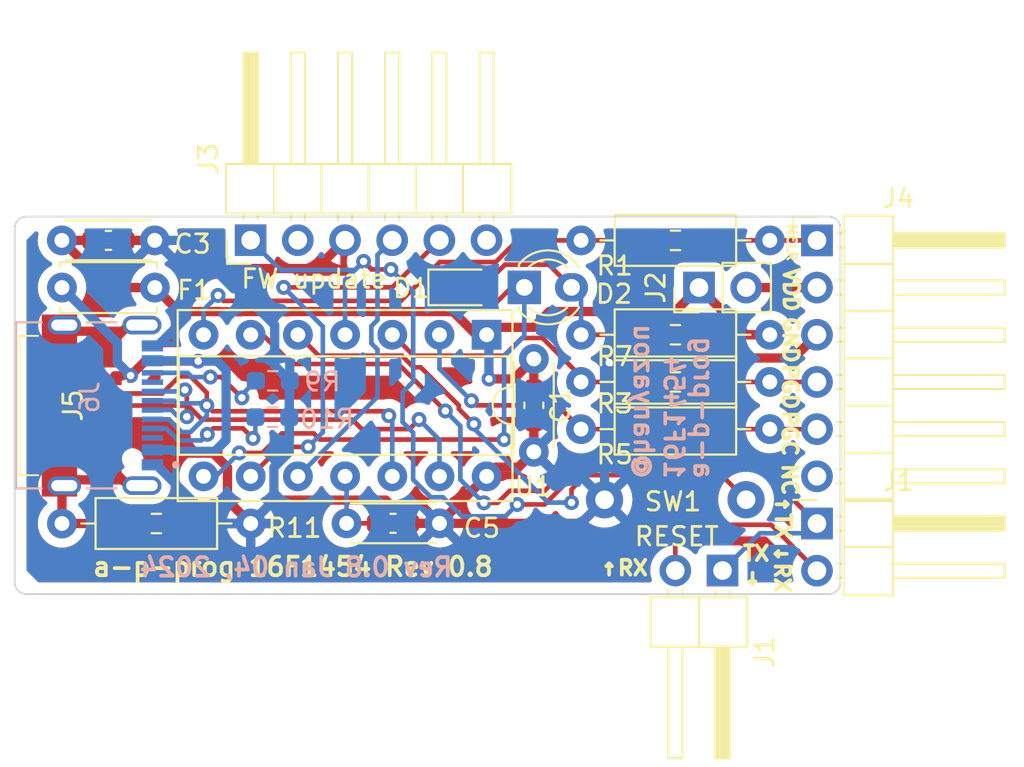
<source format=kicad_pcb>
(kicad_pcb (version 20221018) (generator pcbnew)
  (layers (0 "F.Cu" signal) (31 "B.Cu" signal) (34 "B.Paste" user) (35 "F.Paste" user) (36 "B.SilkS" user "B.Silkscreen") (37 "F.SilkS" user "F.Silkscreen") (38 "B.Mask" user) (39 "F.Mask" user) (44 "Edge.Cuts" user))
  (net 0 "")
  (net 1 "LED")
  (net 2 "GND")
  (net 3 "VDD")
  (net 4 "VUSB3V3")
  (net 5 "Net-(D1-A)")
  (net 6 "VBUS")
  (net 7 "TX")
  (net 8 "RX")
  (net 9 "PROG_VDD")
  (net 10 "~{MCLR}")
  (net 12 "ICSP_DAT")
  (net 13 "ICSP_CLK")
  (net 15 "PROG_MCLR")
  (net 16 "PROG_DAT")
  (net 17 "PROG_CLK")
  (net 19 "USB_DM")
  (net 20 "USB_DP")
  (net 22 "SHIELD")
  (net 23 "Net-(J6-CC1)")
  (net 26 "Net-(J6-CC2)")
  (net 27 "RC3")
  (net 28 "RA4")
  (net 29 "RA5")
  (footprint "Resistor_SMD:R_0603_1608Metric_Pad0.98x0.95mm_HandSolder" (layer "F.Cu") (at 142.245 107.96)
    (fp_text reference "R11" (at 7.4372 0.244) (layer "F.SilkS"))
    (fp_text value "1M")
    (pad "1" smd roundrect (at -0.9125 0) (size 0.975 0.95) (layers "F.Cu" "F.Paste" "F.Mask") (net 22 "SHIELD"))
    (pad "2" smd roundrect (at 0.9125 0) (size 0.975 0.95) (layers "F.Cu" "F.Paste" "F.Mask") (net 2 "GND"))
  )
  (footprint "Capacitor_SMD:C_0603_1608Metric_Pad1.08x0.95mm_HandSolder" (layer "F.Cu") (at 154.985 107.95)
    (fp_text reference "C5" (at 4.781 0.254) (layer "F.SilkS"))
    (fp_text value "0.47uF")
    (pad "1" smd roundrect (at -0.8625 0) (size 1.075 0.95) (layers "F.Cu" "F.Paste" "F.Mask") (net 4 "VUSB3V3"))
    (pad "2" smd roundrect (at 0.8625 0) (size 1.075 0.95) (layers "F.Cu" "F.Paste" "F.Mask") (net 2 "GND"))
  )
  (footprint "Resistor_THT:R_Axial_DIN0207_L6.3mm_D2.5mm_P10.16mm_Horizontal" (layer "F.Cu") (at 165.105 97.8)
    (fp_text reference "R7" (at 1.81 1.17) (layer "F.SilkS"))
    (fp_text value "220")
    (pad "1" thru_hole circle (at 0 0) (size 1.6 1.6) (drill 0.8) (layers "*.Cu" "*.Mask") (net 5 "Net-(D1-A)"))
    (pad "2" thru_hole oval (at 10.16 0) (size 1.6 1.6) (drill 0.8) (layers "*.Cu" "*.Mask") (net 3 "VDD"))
  )
  (footprint "Capacitor_SMD:C_0603_1608Metric_Pad1.08x0.95mm_HandSolder" (layer "F.Cu") (at 162.565 101.6 -90)
    (fp_text reference "C1" (at 0 -1.43 90) (layer "F.SilkS"))
    (fp_text value "0.1uF")
    (pad "1" smd roundrect (at -0.8625 0 270) (size 1.075 0.95) (layers "F.Cu" "F.Paste" "F.Mask") (net 3 "VDD"))
    (pad "2" smd roundrect (at 0.8625 0 270) (size 1.075 0.95) (layers "F.Cu" "F.Paste" "F.Mask") (net 2 "GND"))
  )
  (footprint "Capacitor_SMD:C_0603_1608Metric_Pad1.08x0.95mm_HandSolder" (layer "F.Cu") (at 139.665 92.72)
    (fp_text reference "C3" (at 4.5308 0.1932) (layer "F.SilkS"))
    (fp_text value "1uF")
    (pad "1" smd roundrect (at -0.8625 0) (size 1.075 0.95) (layers "F.Cu" "F.Paste" "F.Mask") (net 3 "VDD"))
    (pad "2" smd roundrect (at 0.8625 0) (size 1.075 0.95) (layers "F.Cu" "F.Paste" "F.Mask") (net 2 "GND"))
  )
  (footprint "Capacitor_THT:C_Disc_D4.3mm_W1.9mm_P5.00mm" (layer "F.Cu") (at 162.565 99.1 -90)
    (fp_text reference "C2" hide)
    (fp_text value "0.1uF")
    (pad "1" thru_hole circle (at 0 0 270) (size 1.6 1.6) (drill 0.8) (layers "*.Cu" "*.Mask") (net 3 "VDD"))
    (pad "2" thru_hole circle (at 5 0 270) (size 1.6 1.6) (drill 0.8) (layers "*.Cu" "*.Mask") (net 2 "GND"))
  )
  (footprint "Resistor_SMD:R_0603_1608Metric_Pad0.98x0.95mm_HandSolder" (layer "F.Cu") (at 170.185 102.88)
    (fp_text reference "R6" hide)
    (fp_text value "470")
    (pad "1" smd roundrect (at -0.9125 0) (size 0.975 0.95) (layers "F.Cu" "F.Paste" "F.Mask") (net 29 "RA5"))
    (pad "2" smd roundrect (at 0.9125 0) (size 0.975 0.95) (layers "F.Cu" "F.Paste" "F.Mask") (net 17 "PROG_CLK"))
  )
  (footprint "Connector_PinHeader_2.54mm:PinHeader_1x02_P2.54mm_Vertical" (layer "F.Cu") (at 171.455 95.26 90)
    (fp_text reference "J2" (at 0 -2.33 90) (layer "F.SilkS"))
    (fp_text value "VDD supply")
    (pad "1" thru_hole rect (at 0 0 90) (size 1.7 1.7) (drill 1) (layers "*.Cu" "*.Mask") (net 3 "VDD"))
    (pad "2" thru_hole oval (at 0 2.54 90) (size 1.7 1.7) (drill 1) (layers "*.Cu" "*.Mask") (net 9 "PROG_VDD"))
  )
  (footprint "Connector_PinHeader_2.54mm:PinHeader_1x06_P2.54mm_Horizontal" (layer "F.Cu") (at 177.805 92.72)
    (fp_text reference "J4" (at 4.385 -2.27) (layer "F.SilkS"))
    (fp_text value "ICSP Programmer")
    (pad "1" thru_hole rect (at 0 0) (size 1.7 1.7) (drill 1) (layers "*.Cu" "*.Mask") (net 15 "PROG_MCLR"))
    (pad "2" thru_hole oval (at 0 2.54) (size 1.7 1.7) (drill 1) (layers "*.Cu" "*.Mask") (net 9 "PROG_VDD"))
    (pad "3" thru_hole oval (at 0 5.08) (size 1.7 1.7) (drill 1) (layers "*.Cu" "*.Mask") (net 2 "GND"))
    (pad "4" thru_hole oval (at 0 7.62) (size 1.7 1.7) (drill 1) (layers "*.Cu" "*.Mask") (net 16 "PROG_DAT"))
    (pad "5" thru_hole oval (at 0 10.16) (size 1.7 1.7) (drill 1) (layers "*.Cu" "*.Mask") (net 17 "PROG_CLK"))
    (pad "6" thru_hole oval (at 0 12.7) (size 1.7 1.7) (drill 1) (layers "*.Cu" "*.Mask"))
  )
  (footprint "Resistor_SMD:R_0603_1608Metric_Pad0.98x0.95mm_HandSolder" (layer "F.Cu") (at 170.185 97.8)
    (fp_text reference "R8" hide)
    (fp_text value "220")
    (pad "1" smd roundrect (at -0.9125 0) (size 0.975 0.95) (layers "F.Cu" "F.Paste" "F.Mask") (net 5 "Net-(D1-A)"))
    (pad "2" smd roundrect (at 0.9125 0) (size 0.975 0.95) (layers "F.Cu" "F.Paste" "F.Mask") (net 3 "VDD"))
  )
  (footprint "Package_DIP:DIP-14_W7.62mm_Socket" (layer "F.Cu") (at 160.025 97.8 -90)
    (fp_text reference "U1" (at 8.1688 -2.5096 -180) (layer "F.SilkS"))
    (fp_text value "PIC16F1454-IP")
    (pad "1" thru_hole rect (at 0 0 270) (size 1.6 1.6) (drill 0.8) (layers "*.Cu" "*.Mask") (net 3 "VDD"))
    (pad "2" thru_hole oval (at 0 2.54 270) (size 1.6 1.6) (drill 0.8) (layers "*.Cu" "*.Mask") (net 29 "RA5"))
    (pad "3" thru_hole oval (at 0 5.08 270) (size 1.6 1.6) (drill 0.8) (layers "*.Cu" "*.Mask") (net 28 "RA4"))
    (pad "4" thru_hole oval (at 0 7.62 270) (size 1.6 1.6) (drill 0.8) (layers "*.Cu" "*.Mask") (net 10 "~{MCLR}"))
    (pad "5" thru_hole oval (at 0 10.16 270) (size 1.6 1.6) (drill 0.8) (layers "*.Cu" "*.Mask") (net 8 "RX"))
    (pad "6" thru_hole oval (at 0 12.7 270) (size 1.6 1.6) (drill 0.8) (layers "*.Cu" "*.Mask") (net 7 "TX"))
    (pad "7" thru_hole oval (at 0 15.24 270) (size 1.6 1.6) (drill 0.8) (layers "*.Cu" "*.Mask") (net 27 "RC3"))
    (pad "8" thru_hole oval (at 7.62 15.24 270) (size 1.6 1.6) (drill 0.8) (layers "*.Cu" "*.Mask") (net 1 "LED"))
    (pad "9" thru_hole oval (at 7.62 12.7 270) (size 1.6 1.6) (drill 0.8) (layers "*.Cu" "*.Mask") (net 13 "ICSP_CLK"))
    (pad "10" thru_hole oval (at 7.62 10.16 270) (size 1.6 1.6) (drill 0.8) (layers "*.Cu" "*.Mask") (net 12 "ICSP_DAT"))
    (pad "11" thru_hole oval (at 7.62 7.62 270) (size 1.6 1.6) (drill 0.8) (layers "*.Cu" "*.Mask") (net 4 "VUSB3V3"))
    (pad "12" thru_hole oval (at 7.62 5.08 270) (size 1.6 1.6) (drill 0.8) (layers "*.Cu" "*.Mask") (net 19 "USB_DM"))
    (pad "13" thru_hole oval (at 7.62 2.54 270) (size 1.6 1.6) (drill 0.8) (layers "*.Cu" "*.Mask") (net 20 "USB_DP"))
    (pad "14" thru_hole oval (at 7.62 0 270) (size 1.6 1.6) (drill 0.8) (layers "*.Cu" "*.Mask") (net 2 "GND"))
  )
  (footprint "Resistor_THT:R_Axial_DIN0207_L6.3mm_D2.5mm_P10.16mm_Horizontal" (layer "F.Cu") (at 165.105 102.88)
    (fp_text reference "R5" (at 1.81 1.37) (layer "F.SilkS"))
    (fp_text value "470")
    (pad "1" thru_hole circle (at 0 0) (size 1.6 1.6) (drill 0.8) (layers "*.Cu" "*.Mask") (net 29 "RA5"))
    (pad "2" thru_hole oval (at 10.16 0) (size 1.6 1.6) (drill 0.8) (layers "*.Cu" "*.Mask") (net 17 "PROG_CLK"))
  )
  (footprint "library:ZX62B5PA33" (layer "F.Cu") (at 137.755 101.61 -90)
    (fp_text reference "J5" (at 0 0 90) (layer "F.SilkS"))
    (fp_text value "ZX62-B-5PA_33_")
    (pad "1" smd rect (at -1.3 -1.95) (size 1.35 0.4) (layers "F.Cu" "F.Paste" "F.Mask") (net 6 "VBUS"))
    (pad "2" smd rect (at -0.65 -1.95) (size 1.35 0.4) (layers "F.Cu" "F.Paste" "F.Mask") (net 19 "USB_DM"))
    (pad "3" smd rect (at 0 -1.95) (size 1.35 0.4) (layers "F.Cu" "F.Paste" "F.Mask") (net 20 "USB_DP"))
    (pad "4" smd rect (at 0.65 -1.95) (size 1.35 0.4) (layers "F.Cu" "F.Paste" "F.Mask"))
    (pad "5" smd rect (at 1.3 -1.95) (size 1.35 0.4) (layers "F.Cu" "F.Paste" "F.Mask") (net 2 "GND"))
    (pad "6" smd rect (at -3.15 -1.825 270) (size 2.2 1.6) (layers "F.Cu" "F.Paste" "F.Mask") (net 22 "SHIELD"))
    (pad "7" smd rect (at 3.15 -1.825 270) (size 2.2 1.6) (layers "F.Cu" "F.Paste" "F.Mask") (net 22 "SHIELD"))
    (pad "8" smd rect (at -4 0.725) (size 1.9 1.8) (layers "F.Cu" "F.Paste" "F.Mask") (net 22 "SHIELD"))
    (pad "9" smd rect (at -1.2 0.725) (size 1.9 1.9) (layers "F.Cu" "F.Paste" "F.Mask") (net 22 "SHIELD"))
    (pad "10" smd rect (at 1.2 0.725) (size 1.9 1.9) (layers "F.Cu" "F.Paste" "F.Mask") (net 22 "SHIELD"))
    (pad "11" smd rect (at 4 0.725) (size 1.9 1.8) (layers "F.Cu" "F.Paste" "F.Mask") (net 22 "SHIELD"))
  )
  (footprint "Connector_PinHeader_2.54mm:PinHeader_1x02_P2.54mm_Horizontal" (layer "F.Cu") (at 172.72 110.49 -90)
    (fp_text reference "J1" (at 4.385 -2.27 90) (layer "F.SilkS"))
    (fp_text value "UART")
    (pad "1" thru_hole rect (at 0 0 270) (size 1.7 1.7) (drill 1) (layers "*.Cu" "*.Mask") (net 7 "TX"))
    (pad "2" thru_hole oval (at 0 2.54 270) (size 1.7 1.7) (drill 1) (layers "*.Cu" "*.Mask") (net 8 "RX"))
  )
  (footprint "Resistor_SMD:R_0603_1608Metric_Pad0.98x0.95mm_HandSolder" (layer "F.Cu") (at 170.185 92.72)
    (fp_text reference "R2" hide)
    (fp_text value "470")
    (pad "1" smd roundrect (at -0.9125 0) (size 0.975 0.95) (layers "F.Cu" "F.Paste" "F.Mask") (net 27 "RC3"))
    (pad "2" smd roundrect (at 0.9125 0) (size 0.975 0.95) (layers "F.Cu" "F.Paste" "F.Mask") (net 15 "PROG_MCLR"))
  )
  (footprint "library:push switch" (layer "F.Cu") (at 170.18 106.68 180)
    (fp_text reference "SW1" (at 0.127 -0.1016) (layer "F.SilkS"))
    (fp_text value "RESET" (at -0.0762 -1.9812) (layer "F.SilkS"))
    (pad "1" thru_hole circle (at -3.81 0 180) (size 2 2) (drill 1) (layers "*.Cu" "*.Mask") (net 10 "~{MCLR}"))
    (pad "2" thru_hole circle (at 3.81 0 180) (size 2 2) (drill 1) (layers "*.Cu" "*.Mask") (net 2 "GND"))
  )
  (footprint "LED_SMD:LED_0805_2012Metric_Pad1.15x1.40mm_HandSolder" (layer "F.Cu") (at 158.75 95.25)
    (fp_text reference "D1" (at -2.794 0.0508) (layer "F.SilkS"))
    (fp_text value "LED")
    (pad "1" smd roundrect (at -1.025 0) (size 1.15 1.4) (layers "F.Cu" "F.Paste" "F.Mask") (roundrect_rratio 0.2173913043) (net 1 "LED"))
    (pad "2" smd roundrect (at 1.025 0) (size 1.15 1.4) (layers "F.Cu" "F.Paste" "F.Mask") (roundrect_rratio 0.2173913043) (net 5 "Net-(D1-A)"))
  )
  (footprint "Resistor_THT:R_Axial_DIN0207_L6.3mm_D2.5mm_P10.16mm_Horizontal" (layer "F.Cu") (at 165.105 92.72)
    (fp_text reference "R1" (at 1.81 1.37) (layer "F.SilkS"))
    (fp_text value "470")
    (pad "1" thru_hole circle (at 0 0) (size 1.6 1.6) (drill 0.8) (layers "*.Cu" "*.Mask") (net 27 "RC3"))
    (pad "2" thru_hole oval (at 10.16 0) (size 1.6 1.6) (drill 0.8) (layers "*.Cu" "*.Mask") (net 15 "PROG_MCLR"))
  )
  (footprint "Capacitor_THT:C_Disc_D5.0mm_W2.5mm_P5.00mm" (layer "F.Cu") (at 142.165 95.26 180)
    (fp_text reference "F1" (at -2.107 -0.1424) (layer "F.SilkS"))
    (fp_text value "Polyfuse")
    (pad "1" thru_hole circle (at 0 0 180) (size 1.6 1.6) (drill 0.8) (layers "*.Cu" "*.Mask") (net 3 "VDD"))
    (pad "2" thru_hole circle (at 5 0 180) (size 1.6 1.6) (drill 0.8) (layers "*.Cu" "*.Mask") (net 6 "VBUS"))
  )
  (footprint "Connector_PinHeader_2.54mm:PinHeader_1x02_P2.54mm_Horizontal" (layer "F.Cu") (at 177.805 107.96)
    (fp_text reference "J1" (at 4.385 -2.27) (layer "F.SilkS"))
    (fp_text value "UART")
    (pad "1" thru_hole rect (at 0 0) (size 1.7 1.7) (drill 1) (layers "*.Cu" "*.Mask") (net 7 "TX"))
    (pad "2" thru_hole oval (at 0 2.54) (size 1.7 1.7) (drill 1) (layers "*.Cu" "*.Mask") (net 8 "RX"))
  )
  (footprint "LED_THT:LED_D3.0mm" (layer "F.Cu") (at 162.052 95.25)
    (fp_text reference "D2" (at 4.826 0.3556) (layer "F.SilkS"))
    (fp_text value "LED")
    (pad "1" thru_hole rect (at 0 0) (size 1.8 1.8) (drill 0.9) (layers "*.Cu" "*.Mask") (net 1 "LED"))
    (pad "2" thru_hole oval (at 2.54 0) (size 1.778 1.524) (drill 0.9) (layers "*.Cu" "*.Mask") (net 5 "Net-(D1-A)"))
  )
  (footprint "Connector_PinHeader_2.54mm:PinHeader_1x06_P2.54mm_Horizontal" (layer "F.Cu") (at 147.32 92.71 90)
    (fp_text reference "J3" (at 4.385 -2.27 90) (layer "F.SilkS"))
    (fp_text value "FW update" (at -2.0828 3.4036 180) (layer "F.SilkS"))
    (pad "1" thru_hole rect (at 0 0 90) (size 1.7 1.7) (drill 1) (layers "*.Cu" "*.Mask") (net 10 "~{MCLR}"))
    (pad "2" thru_hole oval (at 0 2.54 90) (size 1.7 1.7) (drill 1) (layers "*.Cu" "*.Mask"))
    (pad "3" thru_hole oval (at 0 5.08 90) (size 1.7 1.7) (drill 1) (layers "*.Cu" "*.Mask") (net 2 "GND"))
    (pad "4" thru_hole oval (at 0 7.62 90) (size 1.7 1.7) (drill 1) (layers "*.Cu" "*.Mask") (net 12 "ICSP_DAT"))
    (pad "5" thru_hole oval (at 0 10.16 90) (size 1.7 1.7) (drill 1) (layers "*.Cu" "*.Mask") (net 13 "ICSP_CLK"))
    (pad "6" thru_hole oval (at 0 12.7 90) (size 1.7 1.7) (drill 1) (layers "*.Cu" "*.Mask"))
  )
  (footprint "Resistor_SMD:R_0603_1608Metric_Pad0.98x0.95mm_HandSolder" (layer "F.Cu") (at 170.185 100.34)
    (fp_text reference "R4" hide)
    (fp_text value "470")
    (pad "1" smd roundrect (at -0.9125 0) (size 0.975 0.95) (layers "F.Cu" "F.Paste" "F.Mask") (net 28 "RA4"))
    (pad "2" smd roundrect (at 0.9125 0) (size 0.975 0.95) (layers "F.Cu" "F.Paste" "F.Mask") (net 16 "PROG_DAT"))
  )
  (footprint "Resistor_THT:R_Axial_DIN0207_L6.3mm_D2.5mm_P10.16mm_Horizontal" (layer "F.Cu") (at 165.105 100.34)
    (fp_text reference "R3" (at 1.81 1.17) (layer "F.SilkS"))
    (fp_text value "470")
    (pad "1" thru_hole circle (at 0 0) (size 1.6 1.6) (drill 0.8) (layers "*.Cu" "*.Mask") (net 28 "RA4"))
    (pad "2" thru_hole oval (at 10.16 0) (size 1.6 1.6) (drill 0.8) (layers "*.Cu" "*.Mask") (net 16 "PROG_DAT"))
  )
  (footprint "Capacitor_THT:C_Disc_D4.3mm_W1.9mm_P5.00mm" (layer "F.Cu") (at 137.16 92.72)
    (fp_text reference "C4" hide)
    (fp_text value "1uF")
    (pad "1" thru_hole circle (at 0 0) (size 1.6 1.6) (drill 0.8) (layers "*.Cu" "*.Mask") (net 3 "VDD"))
    (pad "2" thru_hole circle (at 5 0) (size 1.6 1.6) (drill 0.8) (layers "*.Cu" "*.Mask") (net 2 "GND"))
  )
  (footprint "Capacitor_THT:C_Disc_D4.3mm_W1.9mm_P5.00mm" (layer "F.Cu") (at 152.485 107.95)
    (fp_text reference "C6" hide)
    (fp_text value "0.47uF")
    (pad "1" thru_hole circle (at 0 0) (size 1.6 1.6) (drill 0.8) (layers "*.Cu" "*.Mask") (net 4 "VUSB3V3"))
    (pad "2" thru_hole circle (at 5 0) (size 1.6 1.6) (drill 0.8) (layers "*.Cu" "*.Mask") (net 2 "GND"))
  )
  (footprint "Resistor_THT:R_Axial_DIN0207_L6.3mm_D2.5mm_P10.16mm_Horizontal" (layer "F.Cu") (at 137.165 107.96)
    (fp_text reference "R12" hide)
    (fp_text value "1M")
    (pad "1" thru_hole circle (at 0 0) (size 1.6 1.6) (drill 0.8) (layers "*.Cu" "*.Mask") (net 22 "SHIELD"))
    (pad "2" thru_hole oval (at 10.16 0) (size 1.6 1.6) (drill 0.8) (layers "*.Cu" "*.Mask") (net 2 "GND"))
  )
  (footprint "library:NELTRON_5077CR-16SMC2-BK-TR" (layer "B.Cu") (at 140.97 101.6 90)
    (fp_text reference "J6" (at 0.4318 -2.3114 90) (layer "B.SilkS") (effects (justify mirror)))
    (fp_text value "5077CR-16SMC2-BK-TR")
    (pad "" np_thru_hole circle (at -2.89 0 90) (size 0.65 0.65) (drill 0.65) (layers "*.Cu" "*.Mask"))
    (pad "" np_thru_hole circle (at 2.89 0 90) (size 0.65 0.65) (drill 0.65) (layers "*.Cu" "*.Mask"))
    (pad "A1_B12" smd rect (at -3.2 1.065 90) (size 0.6 1.15) (layers "B.Cu" "B.Paste" "B.Mask") (net 2 "GND"))
    (pad "A4_B9" smd rect (at -2.4 1.065 90) (size 0.6 1.15) (layers "B.Cu" "B.Paste" "B.Mask") (net 6 "VBUS"))
    (pad "A5" smd rect (at -1.25 1.065 90) (size 0.3 1.15) (layers "B.Cu" "B.Paste" "B.Mask") (net 23 "Net-(J6-CC1)"))
    (pad "A6" smd rect (at -0.25 1.065 90) (size 0.3 1.15) (layers "B.Cu" "B.Paste" "B.Mask") (net 20 "USB_DP"))
    (pad "A7" smd rect (at 0.25 1.065 90) (size 0.3 1.15) (layers "B.Cu" "B.Paste" "B.Mask") (net 19 "USB_DM"))
    (pad "A8" smd rect (at 1.25 1.065 90) (size 0.3 1.15) (layers "B.Cu" "B.Paste" "B.Mask"))
    (pad "B1_A12" smd rect (at 3.2 1.065 90) (size 0.6 1.15) (layers "B.Cu" "B.Paste" "B.Mask") (net 2 "GND"))
    (pad "B4_A9" smd rect (at 2.4 1.065 90) (size 0.6 1.15) (layers "B.Cu" "B.Paste" "B.Mask") (net 6 "VBUS"))
    (pad "B5" smd rect (at 1.75 1.065 90) (size 0.3 1.15) (layers "B.Cu" "B.Paste" "B.Mask") (net 26 "Net-(J6-CC2)"))
    (pad "B6" smd rect (at 0.75 1.065 90) (size 0.3 1.15) (layers "B.Cu" "B.Paste" "B.Mask") (net 20 "USB_DP"))
    (pad "B7" smd rect (at -0.75 1.065 90) (size 0.3 1.15) (layers "B.Cu" "B.Paste" "B.Mask") (net 19 "USB_DM"))
    (pad "B8" smd rect (at -1.75 1.065 90) (size 0.3 1.15) (layers "B.Cu" "B.Paste" "B.Mask"))
    (pad "S1" thru_hole oval (at -4.32 -3.68 90) (size 1 1.8) (drill oval 0.6 1.4) (layers "*.Cu" "*.Mask") (net 22 "SHIELD"))
    (pad "S2" thru_hole oval (at 4.32 -3.68 90) (size 1 1.8) (drill oval 0.6 1.4) (layers "*.Cu" "*.Mask") (net 22 "SHIELD"))
    (pad "S3" thru_hole oval (at -4.32 0.5 90) (size 1 2.1) (drill oval 0.6 1.7) (layers "*.Cu" "*.Mask") (net 22 "SHIELD"))
    (pad "S4" thru_hole oval (at 4.32 0.5 90) (size 1 2.1) (drill oval 0.6 1.7) (layers "*.Cu" "*.Mask") (net 22 "SHIELD"))
  )
  (footprint "Resistor_SMD:R_0603_1608Metric_Pad0.98x0.95mm_HandSolder" (layer "B.Cu") (at 148.4884 102.235)
    (fp_text reference "R10" (at 2.9464 0.1016) (layer "B.SilkS") (effects (justify mirror)))
    (fp_text value "5k1")
    (pad "1" smd roundrect (at -0.9125 0) (size 0.975 0.95) (layers "B.Cu" "B.Paste" "B.Mask") (net 23 "Net-(J6-CC1)"))
    (pad "2" smd roundrect (at 0.9125 0) (size 0.975 0.95) (layers "B.Cu" "B.Paste" "B.Mask") (net 2 "GND"))
  )
  (footprint "Resistor_SMD:R_0603_1608Metric_Pad0.98x0.95mm_HandSolder" (layer "B.Cu") (at 148.5138 100.2792)
    (fp_text reference "R9" (at 2.667 0.0508) (layer "B.SilkS") (effects (justify mirror)))
    (fp_text value "5k1")
    (pad "1" smd roundrect (at -0.9125 0) (size 0.975 0.95) (layers "B.Cu" "B.Paste" "B.Mask") (net 26 "Net-(J6-CC2)"))
    (pad "2" smd roundrect (at 0.9125 0) (size 0.975 0.95) (layers "B.Cu" "B.Paste" "B.Mask") (net 2 "GND"))
  )
  (gr_line (start 179.07 92.075) (end 179.07 111.125) (stroke (width 0.1)) (layer "Edge.Cuts"))
  (gr_arc (start 178.435 91.44) (mid 178.884013 91.625987) (end 179.07 92.075) (stroke (width 0.1)) (layer "Edge.Cuts"))
  (gr_arc (start 134.62 92.075) (mid 134.805987 91.625987) (end 135.255 91.44) (stroke (width 0.1)) (layer "Edge.Cuts"))
  (gr_line (start 135.255 111.76) (end 178.435 111.76) (stroke (width 0.1)) (layer "Edge.Cuts"))
  (gr_line (start 135.255 91.44) (end 178.435 91.44) (stroke (width 0.1)) (layer "Edge.Cuts"))
  (gr_arc (start 179.07 111.125) (mid 178.884013 111.574013) (end 178.435 111.76) (stroke (width 0.1)) (layer "Edge.Cuts"))
  (gr_arc (start 135.255 111.76) (mid 134.805987 111.574013) (end 134.62 111.125) (stroke (width 0.1)) (layer "Edge.Cuts"))
  (gr_line (start 134.62 92.075) (end 134.62 111.125) (stroke (width 0.1)) (layer "Edge.Cuts"))
  (gr_text "a-p-prog\n16F1454\n@hanyazou" (at 167.894 105.664 270) (layer "B.SilkS") (effects (font (size 1 1) (thickness 0.2) bold) (justify left bottom mirror)))
  (gr_text "Rev 0.8 Jan 04, 2024" (at 158.3 110.9) (layer "B.SilkS") (effects (font (size 1 1) (thickness 0.2) bold) (justify left bottom mirror)))
  (gr_text "GND" (at 175.9204 96.7232 270) (layer "F.SilkS") (effects (font (size 0.8 0.8) (thickness 0.2) bold) (justify left bottom)))
  (gr_text "VDD" (at 175.9458 94.107 270) (layer "F.SilkS") (effects (font (size 0.8 0.8) (thickness 0.2) bold) (justify left bottom)))
  (gr_text "MCLR" (at 176.149 91.7702 270) (layer "F.SilkS") (effects (font (size 0.5 0.5) (thickness 0.125) bold) (justify left bottom)))
  (gr_text "↓RX" (at 175.4632 108.966 270) (layer "F.SilkS") (effects (font (size 0.8 0.8) (thickness 0.2) bold) (justify left bottom)))
  (gr_text "TX\n↓" (at 173.7106 111.3282) (layer "F.SilkS") (effects (font (size 0.8 0.8) (thickness 0.2) bold) (justify left bottom)))
  (gr_text "↑TX" (at 175.514 106.299 270) (layer "F.SilkS") (effects (font (size 0.8 0.8) (thickness 0.2) bold) (justify left bottom)))
  (gr_text "PGD" (at 175.895 99.2632 270) (layer "F.SilkS") (effects (font (size 0.8 0.8) (thickness 0.2) bold) (justify left bottom)))
  (gr_text "↑RX" (at 165.989 110.8202) (layer "F.SilkS") (effects (font (size 0.8 0.8) (thickness 0.2) bold) (justify left bottom)))
  (gr_text "NC" (at 175.8696 104.648 270) (layer "F.SilkS") (effects (font (size 0.8 0.8) (thickness 0.2) bold) (justify left bottom)))
  (gr_text "a-p-prog 16F1454 Rev 0.8" (at 138.725 110.875) (layer "F.SilkS") (effects (font (size 1 1) (thickness 0.2) bold) (justify left bottom)))
  (gr_text "PGC" (at 175.8696 101.7778 270) (layer "F.SilkS") (effects (font (size 0.8 0.8) (thickness 0.2) bold) (justify left bottom)))
  (segment (start 160.963722 103.439124) (end 151.047322 103.439124) (width 0.25) (layer "F.Cu") (net 1))
  (segment (start 161.363173 95.25) (end 160.338173 96.275) (width 0.25) (layer "F.Cu") (net 1))
  (segment (start 151.047322 103.439124) (end 150.718898 103.1107) (width 0.25) (layer "F.Cu") (net 1))
  (segment (start 150.718898 103.1107) (end 148.99861 103.1107) (width 0.25) (layer "F.Cu") (net 1))
  (segment (start 148.99861 103.1107) (end 147.94831 104.161) (width 0.25) (layer "F.Cu") (net 1))
  (segment (start 162.052 95.25) (end 161.363173 95.25) (width 0.25) (layer "F.Cu") (net 1))
  (segment (start 147.94831 104.161) (end 146.706 104.161) (width 0.25) (layer "F.Cu") (net 1))
  (segment (start 160.338173 96.275) (end 158.75 96.275) (width 0.25) (layer "F.Cu") (net 1))
  (segment (start 158.75 96.275) (end 157.725 95.25) (width 0.25) (layer "F.Cu") (net 1))
  (via (at 146.706 104.161) (size 0.8) (drill 0.4) (layers "F.Cu" "B.Cu") (net 1))
  (via (at 160.963722 103.439124) (size 0.8) (drill 0.4) (layers "F.Cu" "B.Cu") (net 1))
  (segment (start 162.052 97.873) (end 160.963722 98.961278) (width 0.25) (layer "B.Cu") (net 1))
  (segment (start 145.447 105.42) (end 146.706 104.161) (width 0.25) (layer "B.Cu") (net 1))
  (segment (start 160.963722 98.961278) (end 160.963722 103.439124) (width 0.25) (layer "B.Cu") (net 1))
  (segment (start 162.052 95.25) (end 162.052 97.873) (width 0.25) (layer "B.Cu") (net 1))
  (segment (start 144.785 105.42) (end 145.447 105.42) (width 0.25) (layer "B.Cu") (net 1))
  (segment (start 176.555 99.05) (end 166.875 99.05) (width 0.5) (layer "F.Cu") (net 2))
  (segment (start 160.015 105.42) (end 157.485 107.95) (width 0.5) (layer "F.Cu") (net 2))
  (segment (start 157.485 107.95) (end 155.8475 107.95) (width 0.5) (layer "F.Cu") (net 2))
  (segment (start 177.805 97.8) (end 176.555 99.05) (width 0.5) (layer "F.Cu") (net 2))
  (segment (start 145.302767 104.17) (end 146.075 104.942233) (width 0.5) (layer "F.Cu") (net 2))
  (segment (start 139.705 102.91) (end 139.919 103.124) (width 0.4318) (layer "F.Cu") (net 2))
  (segment (start 166.875 99.05) (end 166.625 99.3) (width 0.5) (layer "F.Cu") (net 2))
  (segment (start 146.075 106.71) (end 147.325 107.96) (width 0.5) (layer "F.Cu") (net 2))
  (segment (start 143.903857 104.17) (end 145.302767 104.17) (width 0.5) (layer "F.Cu") (net 2))
  (segment (start 160.025 105.42) (end 160.015 105.42) (width 0.5) (layer "F.Cu") (net 2))
  (segment (start 160.519501 104.925499) (end 160.025 105.42) (width 0.5) (layer "F.Cu") (net 2))
  (segment (start 150.876 94.234) (end 143.674 94.234) (width 0.5) (layer "F.Cu") (net 2))
  (segment (start 155.8475 107.95) (end 154.5975 106.7) (width 0.5) (layer "F.Cu") (net 2))
  (segment (start 142.857857 103.124) (end 143.903857 104.17) (width 0.5) (layer "F.Cu") (net 2))
  (segment (start 162.565 104.1) (end 161.739501 104.925499) (width 0.5) (layer "F.Cu") (net 2))
  (segment (start 147.325 107.96) (end 143.1575 107.96) (width 0.5) (layer "F.Cu") (net 2))
  (segment (start 161.739501 104.925499) (end 160.519501 104.925499) (width 0.5) (layer "F.Cu") (net 2))
  (segment (start 165.1 107.95) (end 166.37 106.68) (width 0.5) (layer "F.Cu") (net 2))
  (segment (start 152.4 92.71) (end 150.876 94.234) (width 0.5) (layer "F.Cu") (net 2))
  (segment (start 140.5275 92.72) (end 142.16 92.72) (width 0.5) (layer "F.Cu") (net 2))
  (segment (start 157.485 107.95) (end 165.1 107.95) (width 0.5) (layer "F.Cu") (net 2))
  (segment (start 148.585 106.7) (end 147.325 107.96) (width 0.5) (layer "F.Cu") (net 2))
  (segment (start 146.075 104.942233) (end 146.075 106.71) (width 0.5) (layer "F.Cu") (net 2))
  (segment (start 139.919 103.124) (end 142.857857 103.124) (width 0.5) (layer "F.Cu") (net 2))
  (segment (start 162.565 104.1) (end 162.565 102.4625) (width 0.5) (layer "F.Cu") (net 2))
  (segment (start 143.674 94.234) (end 142.16 92.72) (width 0.5) (layer "F.Cu") (net 2))
  (segment (start 154.5975 106.7) (end 148.585 106.7) (width 0.5) (layer "F.Cu") (net 2))
  (via (at 166.625 99.3) (size 0.8) (drill 0.4) (layers "F.Cu" "B.Cu") (net 2))
  (segment (start 143.869899 96.840101) (end 143.869899 94.429899) (width 0.5) (layer "B.Cu") (net 2))
  (segment (start 148.615 97.282233) (end 148.615 99.4679) (width 0.5) (layer "B.Cu") (net 2))
  (segment (start 166.37 106.68) (end 166.37 99.555) (width 0.5) (layer "B.Cu") (net 2))
  (segment (start 149.4009 102.235) (end 149.4009 100.3046) (width 0.5) (layer "B.Cu") (net 2))
  (segment (start 142.035 98.4) (end 142.31 98.4) (width 0.5) (layer "B.Cu") (net 2))
  (segment (start 148.615 99.4679) (end 149.4263 100.2792) (width 0.5) (layer "B.Cu") (net 2))
  (segment (start 142.31 98.4) (end 143.869899 96.840101) (width 0.5) (layer "B.Cu") (net 2))
  (segment (start 149.4009 100.3046) (end 149.4263 100.2792) (width 0.5) (layer "B.Cu") (net 2))
  (segment (start 148.575 106.71) (end 147.325 107.96) (width 0.5) (layer "B.Cu") (net 2))
  (segment (start 149.4009 104.116333) (end 148.575 104.942233) (width 0.5) (layer "B.Cu") (net 2))
  (segment (start 143.806975 92.72) (end 142.16 92.72) (width 0.5) (layer "B.Cu") (net 2))
  (segment (start 148.575 104.942233) (end 148.575 106.71) (width 0.5) (layer "B.Cu") (net 2))
  (segment (start 146.4169 95.329925) (end 146.662692 95.329925) (width 0.5) (layer "B.Cu") (net 2))
  (segment (start 146.4169 95.329925) (end 143.806975 92.72) (width 0.5) (layer "B.Cu") (net 2))
  (segment (start 166.37 99.555) (end 166.625 99.3) (width 0.5) (layer "B.Cu") (net 2))
  (segment (start 143.869899 94.429899) (end 142.16 92.72) (width 0.5) (layer "B.Cu") (net 2))
  (segment (start 142.035 104.8) (end 142.243503 104.8) (width 0.5) (layer "B.Cu") (net 2))
  (segment (start 146.662692 95.329925) (end 148.615 97.282233) (width 0.5) (layer "B.Cu") (net 2))
  (segment (start 142.243503 104.8) (end 145.403503 107.96) (width 0.5) (layer "B.Cu") (net 2))
  (segment (start 149.4009 104.116333) (end 149.4009 102.235) (width 0.5) (layer "B.Cu") (net 2))
  (segment (start 145.403503 107.96) (end 147.325 107.96) (width 0.5) (layer "B.Cu") (net 2))
  (segment (start 146.796132 96.561101) (end 146.807233 96.55) (width 0.5) (layer "F.Cu") (net 3))
  (segment (start 142.165 95.26) (end 143.455 96.55) (width 0.5) (layer "F.Cu") (net 3))
  (segment (start 171.455 95.26) (end 170.165 96.55) (width 0.5) (layer "F.Cu") (net 3))
  (segment (start 170.165 96.55) (end 163.402 96.55) (width 0.5) (layer "F.Cu") (net 3))
  (segment (start 147.842767 96.55) (end 147.853868 96.561101) (width 0.5) (layer "F.Cu") (net 3))
  (segment (start 158.211828 96.55) (end 159.461828 97.8) (width 0.5) (layer "F.Cu") (net 3))
  (segment (start 139.7 95.26) (end 137.16 92.72) (width 0.5) (layer "F.Cu") (net 3))
  (segment (start 175.265 97.8) (end 173.995 97.8) (width 0.5) (layer "F.Cu") (net 3))
  (segment (start 147.853868 96.561101) (end 149.336132 96.561101) (width 0.5) (layer "F.Cu") (net 3))
  (segment (start 159.461828 97.8) (end 160.025 97.8) (width 0.5) (layer "F.Cu") (net 3))
  (segment (start 162.565 100.7375) (end 162.565 99.1) (width 0.5) (layer "F.Cu") (net 3))
  (segment (start 171.0975 97.8) (end 175.265 97.8) (width 0.5) (layer "F.Cu") (net 3))
  (segment (start 161.4874 100.1776) (end 160.147 100.1776) (width 0.5) (layer "F.Cu") (net 3))
  (segment (start 142.165 95.26) (end 139.7 95.26) (width 0.5) (layer "F.Cu") (net 3))
  (segment (start 149.336132 96.561101) (end 149.347233 96.55) (width 0.5) (layer "F.Cu") (net 3))
  (segment (start 143.455 96.55) (end 145.623133 96.55) (width 0.5) (layer "F.Cu") (net 3))
  (segment (start 163.402 96.55) (end 162.552 97.4) (width 0.5) (layer "F.Cu") (net 3))
  (segment (start 162.552 97.4) (end 160.425 97.4) (width 0.5) (layer "F.Cu") (net 3))
  (segment (start 145.623133 96.55) (end 145.634234 96.561101) (width 0.5) (layer "F.Cu") (net 3))
  (segment (start 162.565 99.1) (end 161.4874 100.1776) (width 0.5) (layer "F.Cu") (net 3))
  (segment (start 145.634234 96.561101) (end 146.796132 96.561101) (width 0.5) (layer "F.Cu") (net 3))
  (segment (start 149.347233 96.55) (end 158.211828 96.55) (width 0.5) (layer "F.Cu") (net 3))
  (segment (start 137.16 92.72) (end 138.8025 92.72) (width 0.5) (layer "F.Cu") (net 3))
  (segment (start 160.425 97.4) (end 160.025 97.8) (width 0.5) (layer "F.Cu") (net 3))
  (segment (start 146.807233 96.55) (end 147.842767 96.55) (width 0.5) (layer "F.Cu") (net 3))
  (segment (start 173.995 97.8) (end 171.455 95.26) (width 0.5) (layer "F.Cu") (net 3))
  (via (at 160.147 100.1776) (size 0.8) (drill 0.4) (layers "F.Cu" "B.Cu") (net 3))
  (segment (start 160.147 97.922) (end 160.025 97.8) (width 0.5) (layer "B.Cu") (net 3))
  (segment (start 160.147 100.1776) (end 160.147 97.922) (width 0.5) (layer "B.Cu") (net 3))
  (segment (start 152.485 107.95) (end 154.1225 107.95) (width 0.25) (layer "F.Cu") (net 4))
  (segment (start 152.485 105.5) (end 152.405 105.42) (width 0.25) (layer "B.Cu") (net 4))
  (segment (start 152.485 107.95) (end 152.485 105.5) (width 0.25) (layer "B.Cu") (net 4))
  (segment (start 159.784984 95.25) (end 161.009984 94.025) (width 0.25) (layer "F.Cu") (net 5))
  (segment (start 159.775 95.25) (end 159.784984 95.25) (width 0.25) (layer "F.Cu") (net 5))
  (segment (start 161.009984 94.025) (end 163.367 94.025) (width 0.25) (layer "F.Cu") (net 5))
  (segment (start 169.2725 97.8) (end 165.105 97.8) (width 0.25) (layer "F.Cu") (net 5))
  (segment (start 163.367 94.025) (end 164.592 95.25) (width 0.25) (layer "F.Cu") (net 5))
  (segment (start 165.105 97.8) (end 165.105 95.763) (width 0.25) (layer "B.Cu") (net 5))
  (segment (start 165.105 95.763) (end 164.592 95.25) (width 0.25) (layer "B.Cu") (net 5))
  (segment (start 140.005 100.01) (end 140.848864 100.01) (width 0.5) (layer "F.Cu") (net 6))
  (segment (start 139.705 100.31) (end 140.005 100.01) (width 0.4318) (layer "F.Cu") (net 6))
  (segment (start 140.848864 100.01) (end 140.860498 99.998366) (width 0.5) (layer "F.Cu") (net 6))
  (segment (start 141.637639 99.221225) (end 144.49771 99.221225) (width 0.5) (layer "F.Cu") (net 6))
  (segment (start 141.637639 99.221225) (end 140.860498 99.998366) (width 0.5) (layer "F.Cu") (net 6))
  (via (at 140.860498 99.998366) (size 0.8) (drill 0.4) (layers "F.Cu" "B.Cu") (net 6))
  (via (at 144.49771 99.221225) (size 0.8) (drill 0.4) (layers "F.Cu" "B.Cu") (net 6))
  (segment (start 145.391775 104.0751) (end 145.904042 103.562833) (width 0.5) (layer "B.Cu") (net 6))
  (segment (start 143.198684 104.0751) (end 145.391775 104.0751) (width 0.5) (layer "B.Cu") (net 6))
  (segment (start 145.51785 99.221225) (end 145.9992 99.702575) (width 0.5) (layer "B.Cu") (net 6))
  (segment (start 143.123584 104) (end 143.198684 104.0751) (width 0.5) (layer "B.Cu") (net 6))
  (segment (start 144.49771 99.221225) (end 145.51785 99.221225) (width 0.5) (layer "B.Cu") (net 6))
  (segment (start 137.165 95.26) (end 140.145 98.24) (width 0.5) (layer "B.Cu") (net 6))
  (segment (start 145.904042 103.562833) (end 145.9992 103.467675) (width 0.5) (layer "B.Cu") (net 6))
  (segment (start 145.9992 103.467675) (end 145.9992 99.702575) (width 0.5) (layer "B.Cu") (net 6))
  (segment (start 142.035 104) (end 143.123584 104) (width 0.5) (layer "B.Cu") (net 6))
  (segment (start 140.145 98.24) (end 140.145 99.282868) (width 0.5) (layer "B.Cu") (net 6))
  (segment (start 144.476485 99.2) (end 144.49771 99.221225) (width 0.5) (layer "B.Cu") (net 6))
  (segment (start 140.145 99.282868) (end 140.860498 99.998366) (width 0.5) (layer "B.Cu") (net 6))
  (segment (start 142.035 99.2) (end 144.476485 99.2) (width 0.5) (layer "B.Cu") (net 6))
  (segment (start 155.274501 99.374501) (end 149.548099 99.374501) (width 0.25) (layer "F.Cu") (net 7))
  (segment (start 149.548099 99.374501) (end 147.973598 97.8) (width 0.25) (layer "F.Cu") (net 7))
  (segment (start 174.2898 104.4448) (end 164.8968 104.4448) (width 0.25) (layer "F.Cu") (net 7))
  (segment (start 163.1442 106.1974) (end 161.2646 106.1974) (width 0.25) (layer "F.Cu") (net 7))
  (segment (start 177.805 107.96) (end 174.2898 104.4448) (width 0.25) (layer "F.Cu") (net 7))
  (segment (start 147.973598 97.8) (end 147.325 97.8) (width 0.25) (layer "F.Cu") (net 7))
  (segment (start 164.8968 104.4448) (end 163.1442 106.1974) (width 0.25) (layer "F.Cu") (net 7))
  (segment (start 161.2646 106.1974) (end 160.6175 106.8445) (width 0.25) (layer "F.Cu") (net 7))
  (segment (start 157.8 101.9) (end 155.274501 99.374501) (width 0.25) (layer "F.Cu") (net 7))
  (segment (start 160.6175 106.8445) (end 159.874735 106.8445) (width 0.25) (layer "F.Cu") (net 7))
  (via (at 157.8 101.9) (size 0.8) (drill 0.4) (layers "F.Cu" "B.Cu") (net 7))
  (via (at 159.874735 106.8445) (size 0.8) (drill 0.4) (layers "F.Cu" "B.Cu") (net 7))
  (segment (start 157.8 101.9) (end 158.61 102.71) (width 0.25) (layer "B.Cu") (net 7))
  (segment (start 159.858509 106.8445) (end 159.874735 106.8445) (width 0.25) (layer "B.Cu") (net 7))
  (segment (start 158.61 102.71) (end 158.61 105.595991) (width 0.25) (layer "B.Cu") (net 7))
  (segment (start 174.7266 108.4834) (end 177.2816 108.4834) (width 0.25) (layer "B.Cu") (net 7))
  (segment (start 172.72 110.49) (end 174.7266 108.4834) (width 0.25) (layer "B.Cu") (net 7))
  (segment (start 158.61 105.595991) (end 159.858509 106.8445) (width 0.25) (layer "B.Cu") (net 7))
  (segment (start 177.2816 108.4834) (end 177.805 107.96) (width 0.25) (layer "B.Cu") (net 7))
  (segment (start 170.18 110.49) (end 170.18 107.6198) (width 0.25) (layer "F.Cu") (net 8))
  (segment (start 156.475097 99.550499) (end 158.5245 101.599902) (width 0.25) (layer "F.Cu") (net 8))
  (segment (start 175.3312 108.0262) (end 170.5864 108.0262) (width 0.25) (layer "F.Cu") (net 8))
  (segment (start 156.086189 99.550499) (end 156.475097 99.550499) (width 0.25) (layer "F.Cu") (net 8))
  (segment (start 165.35889 105.355) (end 164.592 106.12189) (width 0.25) (layer "F.Cu") (net 8))
  (segment (start 155.46069 98.925) (end 156.086189 99.550499) (width 0.25) (layer "F.Cu") (net 8))
  (segment (start 169.3164 106.7562) (end 167.9152 105.355) (width 0.25) (layer "F.Cu") (net 8))
  (segment (start 158.5245 101.7927) (end 159.3345 102.6027) (width 0.25) (layer "F.Cu") (net 8))
  (segment (start 177.805 110.5) (end 175.3312 108.0262) (width 0.25) (layer "F.Cu") (net 8))
  (segment (start 158.5245 101.599902) (end 158.5245 101.7927) (width 0.25) (layer "F.Cu") (net 8))
  (segment (start 164.592 106.12189) (end 164.592 106.8324) (width 0.25) (layer "F.Cu") (net 8))
  (segment (start 167.9152 105.355) (end 165.35889 105.355) (width 0.25) (layer "F.Cu") (net 8))
  (segment (start 150.99 98.925) (end 155.46069 98.925) (width 0.25) (layer "F.Cu") (net 8))
  (segment (start 149.865 97.8) (end 150.99 98.925) (width 0.25) (layer "F.Cu") (net 8))
  (segment (start 170.18 107.6198) (end 169.3164 106.7562) (width 0.25) (layer "F.Cu") (net 8))
  (segment (start 170.5864 108.0262) (end 169.3164 106.7562) (width 0.25) (layer "F.Cu") (net 8))
  (via (at 159.3345 102.6027) (size 0.8) (drill 0.4) (layers "F.Cu" "B.Cu") (net 8))
  (via (at 164.592 106.8324) (size 0.8) (drill 0.4) (layers "F.Cu" "B.Cu") (net 8))
  (segment (start 159.3345 102.8345) (end 163.3324 106.8324) (width 0.25) (layer "B.Cu") (net 8))
  (segment (start 159.3345 102.6027) (end 159.3345 102.8345) (width 0.25) (layer "B.Cu") (net 8))
  (segment (start 163.3324 106.8324) (end 164.592 106.8324) (width 0.25) (layer "B.Cu") (net 8))
  (segment (start 177.805 95.26) (end 173.995 95.26) (width 0.5) (layer "F.Cu") (net 9))
  (segment (start 173.99 106.68) (end 172.212 104.902) (width 0.25) (layer "F.Cu") (net 10))
  (segment (start 165.1762 104.902) (end 163.1442 106.934) (width 0.25) (layer "F.Cu") (net 10))
  (segment (start 153.8348 94.2848) (end 153.4 93.85) (width 0.25) (layer "F.Cu") (net 10))
  (segment (start 154.8745 94.2848) (end 153.8348 94.2848) (width 0.25) (layer "F.Cu") (net 10))
  (segment (start 172.212 104.902) (end 165.1762 104.902) (width 0.25) (layer "F.Cu") (net 10))
  (segment (start 163.1442 106.934) (end 161.671 106.934) (width 0.25) (layer "F.Cu") (net 10))
  (via (at 153.4 93.85) (size 0.8) (drill 0.4) (layers "F.Cu" "B.Cu") (net 10))
  (via (at 161.671 106.934) (size 0.8) (drill 0.4) (layers "F.Cu" "B.Cu") (net 10))
  (via (at 154.8745 94.2848) (size 0.8) (drill 0.4) (layers "F.Cu" "B.Cu") (net 10))
  (segment (start 152.405 94.845) (end 153.4 93.85) (width 0.25) (layer "B.Cu") (net 10))
  (segment (start 152.9398 94.3102) (end 153.4 93.85) (width 0.25) (layer "B.Cu") (net 10))
  (segment (start 156.07 100.325) (end 156.07 95.4803) (width 0.25) (layer "B.Cu") (net 10))
  (segment (start 161.671 106.934) (end 161.036 107.569) (width 0.25) (layer "B.Cu") (net 10))
  (segment (start 155.5 100.895) (end 156.07 100.325) (width 0.25) (layer "B.Cu") (net 10))
  (segment (start 156.07 103.07) (end 155.5 102.5) (width 0.25) (layer "B.Cu") (net 10))
  (segment (start 157.670991 106.545) (end 157.019009 106.545) (width 0.25) (layer "B.Cu") (net 10))
  (segment (start 158.694991 107.569) (end 157.670991 106.545) (width 0.25) (layer "B.Cu") (net 10))
  (segment (start 161.036 107.569) (end 158.694991 107.569) (width 0.25) (layer "B.Cu") (net 10))
  (segment (start 152.405 97.8) (end 152.405 94.845) (width 0.25) (layer "B.Cu") (net 10))
  (segment (start 148.9202 94.3102) (end 152.9398 94.3102) (width 0.25) (layer "B.Cu") (net 10))
  (segment (start 155.5 102.5) (end 155.5 100.895) (width 0.25) (layer "B.Cu") (net 10))
  (segment (start 156.07 95.4803) (end 154.8745 94.2848) (width 0.25) (layer "B.Cu") (net 10))
  (segment (start 157.019009 106.545) (end 156.07 105.595991) (width 0.25) (layer "B.Cu") (net 10))
  (segment (start 147.32 92.71) (end 148.9202 94.3102) (width 0.25) (layer "B.Cu") (net 10))
  (segment (start 156.07 105.595991) (end 156.07 103.07) (width 0.25) (layer "B.Cu") (net 10))
  (segment (start 153.82 97.334009) (end 154.15 97.004009) (width 0.25) (layer "B.Cu") (net 12))
  (segment (start 154.15 101.135) (end 154.15 98.595991) (width 0.25) (layer "B.Cu") (net 12))
  (segment (start 149.865 105.42) (end 154.15 101.135) (width 0.25) (layer "B.Cu") (net 12))
  (segment (start 153.82 98.265991) (end 153.82 97.334009) (width 0.25) (layer "B.Cu") (net 12))
  (segment (start 154.15 93.5) (end 154.94 92.71) (width 0.25) (layer "B.Cu") (net 12))
  (segment (start 154.15 98.595991) (end 153.82 98.265991) (width 0.25) (layer "B.Cu") (net 12))
  (segment (start 154.15 97.004009) (end 154.15 93.5) (width 0.25) (layer "B.Cu") (net 12))
  (segment (start 150.4188 103.8352) (end 148.9098 103.8352) (width 0.25) (layer "F.Cu") (net 13))
  (segment (start 154.94 95.25) (end 149.1 95.25) (width 0.25) (layer "F.Cu") (net 13))
  (segment (start 157.48 92.71) (end 154.94 95.25) (width 0.25) (layer "F.Cu") (net 13))
  (segment (start 148.9098 103.8352) (end 147.325 105.42) (width 0.25) (layer "F.Cu") (net 13))
  (via (at 150.4188 103.8352) (size 0.8) (drill 0.4) (layers "F.Cu" "B.Cu") (net 13))
  (via (at 149.1 95.25) (size 0.8) (drill 0.4) (layers "F.Cu" "B.Cu") (net 13))
  (segment (start 150.4188 103.8352) (end 151.2062 103.0478) (width 0.25) (layer "B.Cu") (net 13))
  (segment (start 151.2062 97.3562) (end 149.1 95.25) (width 0.25) (layer "B.Cu") (net 13))
  (segment (start 151.2062 103.0478) (end 151.2062 97.3562) (width 0.25) (layer "B.Cu") (net 13))
  (segment (start 171.0975 92.72) (end 175.265 92.72) (width 0.25) (layer "F.Cu") (net 15))
  (segment (start 175.265 92.72) (end 177.805 92.72) (width 0.25) (layer "F.Cu") (net 15))
  (segment (start 177.805 100.34) (end 175.265 100.34) (width 0.25) (layer "F.Cu") (net 16))
  (segment (start 175.265 100.34) (end 171.0975 100.34) (width 0.25) (layer "F.Cu") (net 16))
  (segment (start 171.0975 102.88) (end 175.265 102.88) (width 0.25) (layer "F.Cu") (net 17))
  (segment (start 175.265 102.88) (end 177.805 102.88) (width 0.25) (layer "F.Cu") (net 17))
  (segment (start 154.758177 102.153199) (end 154.523078 101.9181) (width 0.25) (layer "F.Cu") (net 19))
  (segment (start 145.277951 101.9181) (end 144.959851 101.6) (width 0.25) (layer "F.Cu") (net 19))
  (segment (start 144.081478 100.04038) (end 144.959851 100.918753) (width 0.25) (layer "F.Cu") (net 19))
  (segment (start 144.959851 100.918753) (end 144.959851 101.6) (width 0.25) (layer "F.Cu") (net 19))
  (segment (start 154.523078 101.9181) (end 145.277951 101.9181) (width 0.25) (layer "F.Cu") (net 19))
  (segment (start 139.705 100.96) (end 142.561662 100.96) (width 0.25) (layer "F.Cu") (net 19))
  (segment (start 142.561662 100.96) (end 143.481282 100.04038) (width 0.25) (layer "F.Cu") (net 19))
  (segment (start 143.481282 100.04038) (end 144.081478 100.04038) (width 0.25) (layer "F.Cu") (net 19))
  (via (at 154.758177 102.153199) (size 0.8) (drill 0.4) (layers "F.Cu" "B.Cu") (net 19))
  (via (at 144.959851 101.6) (size 0.8) (drill 0.4) (layers "F.Cu" "B.Cu") (net 19))
  (segment (start 154.945 105.42) (end 154.945 102.340022) (width 0.25) (layer "B.Cu") (net 19))
  (segment (start 143.609347 103.0369) (end 144.086941 103.0369) (width 0.25) (layer "B.Cu") (net 19))
  (segment (start 144.849231 101.48938) (end 144.959851 101.6) (width 0.25) (layer "B.Cu") (net 19))
  (segment (start 142.035 101.35) (end 143.193827 101.35) (width 0.25) (layer "B.Cu") (net 19))
  (segment (start 144.959851 102.16399) (end 144.959851 101.6) (width 0.25) (layer "B.Cu") (net 19))
  (segment (start 143.193827 101.35) (end 143.333207 101.48938) (width 0.25) (layer "B.Cu") (net 19))
  (segment (start 142.922447 102.35) (end 143.609347 103.0369) (width 0.25) (layer "B.Cu") (net 19))
  (segment (start 143.333207 101.48938) (end 144.849231 101.48938) (width 0.25) (layer "B.Cu") (net 19))
  (segment (start 142.035 102.35) (end 142.922447 102.35) (width 0.25) (layer "B.Cu") (net 19))
  (segment (start 144.086941 103.0369) (end 144.959851 102.16399) (width 0.25) (layer "B.Cu") (net 19))
  (segment (start 154.945 102.340022) (end 154.758177 102.153199) (width 0.25) (layer "B.Cu") (net 19))
  (segment (start 143.885363 102.21388) (end 143.885363 100.868863) (width 0.25) (layer "F.Cu") (net 20))
  (segment (start 153.306319 102.877699) (end 155.868802 102.877699) (width 0.25) (layer "F.Cu") (net 20))
  (segment (start 152.796221 102.367601) (end 153.306319 102.877699) (width 0.25) (layer "F.Cu") (net 20))
  (segment (start 143.885363 100.868863) (end 143.78138 100.76488) (width 0.25) (layer "F.Cu") (net 20))
  (segment (start 144.702854 102.367601) (end 152.796221 102.367601) (width 0.25) (layer "F.Cu") (net 20))
  (segment (start 143.945253 101.61) (end 144.702854 102.367601) (width 0.25) (layer "F.Cu") (net 20))
  (segment (start 155.868802 102.877699) (end 156.38555 102.360951) (width 0.25) (layer "F.Cu") (net 20))
  (segment (start 139.705 101.61) (end 143.945253 101.61) (width 0.25) (layer "F.Cu") (net 20))
  (via (at 143.885363 102.21388) (size 0.8) (drill 0.4) (layers "F.Cu" "B.Cu") (net 20))
  (via (at 143.78138 100.76488) (size 0.8) (drill 0.4) (layers "F.Cu" "B.Cu") (net 20))
  (via (at 156.38555 102.360951) (size 0.8) (drill 0.4) (layers "F.Cu" "B.Cu") (net 20))
  (segment (start 142.035 100.85) (end 143.69626 100.85) (width 0.25) (layer "B.Cu") (net 20))
  (segment (start 143.058137 101.85) (end 143.422017 102.21388) (width 0.25) (layer "B.Cu") (net 20))
  (segment (start 143.69626 100.85) (end 143.78138 100.76488) (width 0.25) (layer "B.Cu") (net 20))
  (segment (start 143.422017 102.21388) (end 143.885363 102.21388) (width 0.25) (layer "B.Cu") (net 20))
  (segment (start 142.035 101.85) (end 143.058137 101.85) (width 0.25) (layer "B.Cu") (net 20))
  (segment (start 157.485 105.42) (end 157.485 103.460401) (width 0.25) (layer "B.Cu") (net 20))
  (segment (start 157.485 103.460401) (end 156.38555 102.360951) (width 0.25) (layer "B.Cu") (net 20))
  (segment (start 140.76 97.28) (end 141.47 97.28) (width 0.5) (layer "F.Cu") (net 22))
  (segment (start 139.58 104.76) (end 140.74 105.92) (width 0.5) (layer "F.Cu") (net 22))
  (segment (start 138.73 97.61) (end 139.58 98.46) (width 0.5) (layer "F.Cu") (net 22))
  (segment (start 137.03 105.61) (end 138.73 105.61) (width 0.5) (layer "F.Cu") (net 22))
  (segment (start 137.03 105.61) (end 137.03 102.81) (width 0.5) (layer "F.Cu") (net 22))
  (segment (start 137.165 105.745) (end 137.03 105.61) (width 0.5) (layer "F.Cu") (net 22))
  (segment (start 140.74 105.92) (end 141.47 105.92) (width 0.5) (layer "F.Cu") (net 22))
  (segment (start 139.58 98.46) (end 140.76 97.28) (width 0.5) (layer "F.Cu") (net 22))
  (segment (start 137.03 97.61) (end 138.73 97.61) (width 0.5) (layer "F.Cu") (net 22))
  (segment (start 137.03 102.81) (end 137.03 100.41) (width 0.5) (layer "F.Cu") (net 22))
  (segment (start 138.73 105.61) (end 139.58 104.76) (width 0.5) (layer "F.Cu") (net 22))
  (segment (start 137.03 100.41) (end 137.03 97.61) (width 0.5) (layer "F.Cu") (net 22))
  (segment (start 141.3325 107.96) (end 137.165 107.96) (width 0.5) (layer "F.Cu") (net 22))
  (segment (start 137.165 107.96) (end 137.165 105.745) (width 0.5) (layer "F.Cu") (net 22))
  (segment (start 145.310606 102.837833) (end 144.990003 103.158436) (width 0.25) (layer "F.Cu") (net 23))
  (segment (start 147.447 103.378) (end 146.906833 102.837833) (width 0.25) (layer "F.Cu") (net 23))
  (segment (start 146.906833 102.837833) (end 145.310606 102.837833) (width 0.25) (layer "F.Cu") (net 23))
  (via (at 147.447 103.378) (size 0.8) (drill 0.4) (layers "F.Cu" "B.Cu") (net 23))
  (via (at 144.990003 103.158436) (size 0.8) (drill 0.4) (layers "F.Cu" "B.Cu") (net 23))
  (segment (start 147.5759 103.2491) (end 147.447 103.378) (width 0.25) (layer "B.Cu") (net 23))
  (segment (start 142.035 102.85) (end 142.786051 102.85) (width 0.25) (layer "B.Cu") (net 23))
  (segment (start 147.5759 102.235) (end 147.5759 103.2491) (width 0.25) (layer "B.Cu") (net 23))
  (segment (start 143.422452 103.486401) (end 144.662038 103.486401) (width 0.25) (layer "B.Cu") (net 23))
  (segment (start 142.786051 102.85) (end 143.422452 103.486401) (width 0.25) (layer "B.Cu") (net 23))
  (segment (start 144.662038 103.486401) (end 144.990003 103.158436) (width 0.25) (layer "B.Cu") (net 23))
  (segment (start 145.1497 100.076) (end 145.7311 100.076) (width 0.25) (layer "F.Cu") (net 26))
  (segment (start 145.7311 100.076) (end 146.8487 101.1936) (width 0.25) (layer "F.Cu") (net 26))
  (via (at 146.8487 101.1936) (size 0.8) (drill 0.4) (layers "F.Cu" "B.Cu") (net 26))
  (via (at 145.1497 100.076) (size 0.8) (drill 0.4) (layers "F.Cu" "B.Cu") (net 26))
  (segment (start 147.6013 100.2792) (end 146.8487 101.0318) (width 0.25) (layer "B.Cu") (net 26))
  (segment (start 143.935802 99.85) (end 144.161802 100.076) (width 0.25) (layer "B.Cu") (net 26))
  (segment (start 142.035 99.85) (end 143.935802 99.85) (width 0.25) (layer "B.Cu") (net 26))
  (segment (start 144.161802 100.076) (end 145.1497 100.076) (width 0.25) (layer "B.Cu") (net 26))
  (segment (start 146.8487 101.0318) (end 146.8487 101.1936) (width 0.25) (layer "B.Cu") (net 26))
  (segment (start 165.105 92.72) (end 169.2725 92.72) (width 0.25) (layer "F.Cu") (net 27))
  (segment (start 155.412327 95.9745) (end 149.276799 95.9745) (width 0.25) (layer "F.Cu") (net 27))
  (segment (start 149.2758 95.975499) (end 145.861099 95.975499) (width 0.25) (layer "F.Cu") (net 27))
  (segment (start 165.105 92.72) (end 161.679294 92.72) (width 0.25) (layer "F.Cu") (net 27))
  (segment (start 161.679294 92.72) (end 160.514294 93.885) (width 0.25) (layer "F.Cu") (net 27))
  (segment (start 157.501827 93.885) (end 155.412327 95.9745) (width 0.25) (layer "F.Cu") (net 27))
  (segment (start 160.514294 93.885) (end 157.501827 93.885) (width 0.25) (layer "F.Cu") (net 27))
  (segment (start 149.276799 95.9745) (end 149.2758 95.975499) (width 0.25) (layer "F.Cu") (net 27))
  (segment (start 145.861099 95.975499) (end 145.5674 95.6818) (width 0.25) (layer "F.Cu") (net 27))
  (via (at 145.5674 95.6818) (size 0.8) (drill 0.4) (layers "F.Cu" "B.Cu") (net 27))
  (segment (start 144.785 97.8) (end 144.785 96.4642) (width 0.25) (layer "B.Cu") (net 27))
  (segment (start 144.785 96.4642) (end 145.5674 95.6818) (width 0.25) (layer "B.Cu") (net 27))
  (segment (start 163.030991 97.975) (end 165.105 100.049009) (width 0.25) (layer "F.Cu") (net 28))
  (segment (start 154.945 97.8) (end 154.97138 97.8) (width 0.25) (layer "F.Cu") (net 28))
  (segment (start 165.105 100.049009) (end 165.105 100.34) (width 0.25) (layer "F.Cu") (net 28))
  (segment (start 156.09638 98.925) (end 160.968132 98.925) (width 0.25) (layer "F.Cu") (net 28))
  (segment (start 161.918132 97.975) (end 163.030991 97.975) (width 0.25) (layer "F.Cu") (net 28))
  (segment (start 169.2725 100.34) (end 165.105 100.34) (width 0.25) (layer "F.Cu") (net 28))
  (segment (start 154.97138 97.8) (end 156.09638 98.925) (width 0.25) (layer "F.Cu") (net 28))
  (segment (start 160.968132 98.925) (end 161.918132 97.975) (width 0.25) (layer "F.Cu") (net 28))
  (segment (start 159.45351 101.6) (end 159.205129 101.351619) (width 0.25) (layer "F.Cu") (net 29))
  (segment (start 163.825 101.6) (end 159.45351 101.6) (width 0.25) (layer "F.Cu") (net 29))
  (segment (start 165.105 102.88) (end 169.2725 102.88) (width 0.25) (layer "F.Cu") (net 29))
  (segment (start 165.105 102.88) (end 163.825 101.6) (width 0.25) (layer "F.Cu") (net 29))
  (via (at 159.205129 101.351619) (size 0.8) (drill 0.4) (layers "F.Cu" "B.Cu") (net 29))
  (segment (start 157.485 99.63149) (end 159.205129 101.351619) (width 0.25) (layer "B.Cu") (net 29))
  (segment (start 157.485 97.8) (end 157.485 99.63149) (width 0.25) (layer "B.Cu") (net 29))
  (zone (net 2) (net_name "GND") (layers "F&B.Cu") (connect_pads (clearance 0.5)) (min_thickness 0.25) (fill yes (thermal_gap 0.5) (thermal_bridge_width 0.5) (island_removal_mode 1) (island_area_min 9.999999))
    (polygon (pts (xy 135.255 92.71) (xy 135.89 92.075) (xy 177.8 92.075) (xy 178.435 92.71) (xy 178.435 110.49) (xy 177.8 111.125) (xy 135.89 111.125) (xy 135.255 110.49)))
  )
)
</source>
